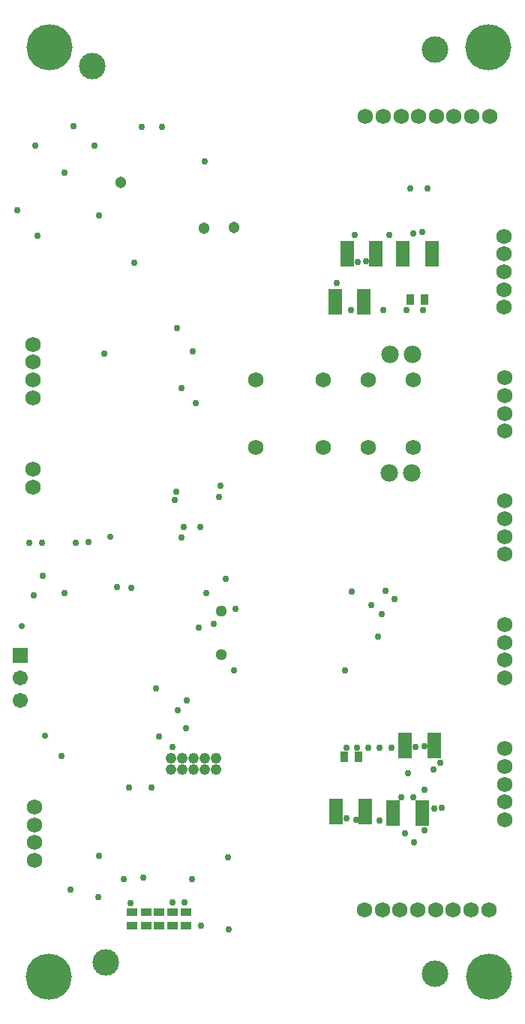
<source format=gbs>
G04*
G04 #@! TF.GenerationSoftware,Altium Limited,Altium Designer,21.3.1 (25)*
G04*
G04 Layer_Color=16711935*
%FSLAX25Y25*%
%MOIN*%
G70*
G04*
G04 #@! TF.SameCoordinates,C2895D86-3F53-4CC5-9A74-561D9FEADA75*
G04*
G04*
G04 #@! TF.FilePolarity,Negative*
G04*
G01*
G75*
%ADD20R,0.03800X0.04800*%
%ADD37R,0.04800X0.03800*%
%ADD40C,0.11811*%
%ADD47C,0.20472*%
%ADD48C,0.06800*%
%ADD49C,0.04800*%
%ADD50C,0.07800*%
%ADD51C,0.06706*%
%ADD52R,0.06706X0.06706*%
%ADD53C,0.02965*%
%ADD54C,0.02965*%
%ADD55C,0.05131*%
%ADD56C,0.02800*%
%ADD57C,0.05100*%
%ADD94R,0.05918X0.11824*%
D20*
X322358Y281101D02*
D03*
X316111D02*
D03*
X351704Y484025D02*
D03*
X345457D02*
D03*
D37*
X221930Y205923D02*
D03*
Y212170D02*
D03*
X227972Y205923D02*
D03*
Y212170D02*
D03*
X233947Y205923D02*
D03*
Y212170D02*
D03*
X239955Y205923D02*
D03*
Y212170D02*
D03*
X245960Y205923D02*
D03*
Y212170D02*
D03*
D40*
X356528Y184576D02*
D03*
X204269Y587675D02*
D03*
X210236Y189764D02*
D03*
X356367Y595170D02*
D03*
D47*
X184947Y183470D02*
D03*
X380296Y595926D02*
D03*
X380324Y183470D02*
D03*
X184987Y595926D02*
D03*
D48*
X387402Y331890D02*
D03*
Y339764D02*
D03*
Y324016D02*
D03*
Y316142D02*
D03*
X325197Y213032D02*
D03*
X340945D02*
D03*
X348819D02*
D03*
X356693D02*
D03*
X364567D02*
D03*
X372441D02*
D03*
X380315D02*
D03*
X333071D02*
D03*
X380709Y565354D02*
D03*
X364961D02*
D03*
X357087D02*
D03*
X349213D02*
D03*
X341339D02*
D03*
X333465D02*
D03*
X325590D02*
D03*
X372835D02*
D03*
X177953Y400787D02*
D03*
Y408661D02*
D03*
X178347Y258661D02*
D03*
Y250787D02*
D03*
Y235039D02*
D03*
Y242913D02*
D03*
X177953Y464173D02*
D03*
Y456299D02*
D03*
Y440551D02*
D03*
Y448425D02*
D03*
X387330Y425700D02*
D03*
Y433574D02*
D03*
Y449322D02*
D03*
Y441448D02*
D03*
X387440Y370972D02*
D03*
Y378847D02*
D03*
Y394595D02*
D03*
Y386720D02*
D03*
X276693Y448504D02*
D03*
Y418504D02*
D03*
X306693Y448504D02*
D03*
Y418504D02*
D03*
X326693Y448504D02*
D03*
Y418504D02*
D03*
X346693Y448504D02*
D03*
Y418504D02*
D03*
X387402Y276772D02*
D03*
Y284646D02*
D03*
Y268898D02*
D03*
Y261024D02*
D03*
Y253150D02*
D03*
X387136Y504272D02*
D03*
Y512146D02*
D03*
Y496398D02*
D03*
Y488524D02*
D03*
Y480650D02*
D03*
D49*
X249055Y280315D02*
D03*
Y275315D02*
D03*
X244055D02*
D03*
Y280315D02*
D03*
X239055D02*
D03*
Y275315D02*
D03*
X254055D02*
D03*
Y280315D02*
D03*
X259055D02*
D03*
Y275315D02*
D03*
D50*
X336063Y407087D02*
D03*
X346063D02*
D03*
X336457Y459842D02*
D03*
X346457D02*
D03*
D51*
X172047Y306142D02*
D03*
Y316142D02*
D03*
D52*
Y326142D02*
D03*
D53*
X191705Y353764D02*
D03*
X359519Y258351D02*
D03*
X325653Y501128D02*
D03*
X321406Y253144D02*
D03*
X221177Y216230D02*
D03*
X195761Y561037D02*
D03*
X205242Y552472D02*
D03*
X178762Y552406D02*
D03*
X322068Y500627D02*
D03*
X320866Y512866D02*
D03*
X350828Y513941D02*
D03*
X346760Y513526D02*
D03*
X252598Y205937D02*
D03*
X248407Y226885D02*
D03*
X245077Y216338D02*
D03*
X239841Y216325D02*
D03*
X218128Y226703D02*
D03*
X177978Y352795D02*
D03*
X221631Y356054D02*
D03*
X251575Y338559D02*
D03*
X319089Y479417D02*
D03*
X351914Y248429D02*
D03*
X331713Y252894D02*
D03*
X326825Y285185D02*
D03*
X336979Y285062D02*
D03*
X331738Y285103D02*
D03*
X321690Y285221D02*
D03*
X316972D02*
D03*
X351845Y285709D02*
D03*
X316973Y253641D02*
D03*
X341534Y263177D02*
D03*
X346707Y263081D02*
D03*
X343019Y247140D02*
D03*
X344628Y273624D02*
D03*
X355797Y275466D02*
D03*
X358673Y278477D02*
D03*
X347732Y285486D02*
D03*
X347061Y243200D02*
D03*
X355977Y258078D02*
D03*
X351655Y266247D02*
D03*
X353290Y533270D02*
D03*
X345621Y533419D02*
D03*
X336223Y512680D02*
D03*
X312772Y491566D02*
D03*
X350991Y479417D02*
D03*
X267766Y346760D02*
D03*
X267120Y319249D02*
D03*
X182014Y361263D02*
D03*
X181971Y376046D02*
D03*
X175982Y376055D02*
D03*
X202363Y376334D02*
D03*
X196801Y376212D02*
D03*
X222800Y500572D02*
D03*
X244713Y383072D02*
D03*
X252287Y383053D02*
D03*
X263542Y359996D02*
D03*
X254656Y353869D02*
D03*
X258268Y340158D02*
D03*
X190551Y281496D02*
D03*
X209449Y460236D02*
D03*
X207087Y521260D02*
D03*
X191732Y540551D02*
D03*
X170866Y523622D02*
D03*
X179867Y512259D02*
D03*
D54*
X319568Y354451D02*
D03*
X226766Y227426D02*
D03*
X207115Y237049D02*
D03*
X264539Y236386D02*
D03*
X206967Y218732D02*
D03*
X264677Y204311D02*
D03*
X232400Y311340D02*
D03*
X215181Y356537D02*
D03*
X246298Y305963D02*
D03*
X242073Y301758D02*
D03*
X328260Y348422D02*
D03*
X332677Y344488D02*
D03*
X338583Y351181D02*
D03*
X343651Y479417D02*
D03*
X333473D02*
D03*
X245801Y293746D02*
D03*
X316549Y319330D02*
D03*
X330993Y334411D02*
D03*
X241521Y398609D02*
D03*
X240938Y395125D02*
D03*
X261110Y401284D02*
D03*
X194377Y221913D02*
D03*
X243857Y378558D02*
D03*
X241761Y471252D02*
D03*
X226129Y560744D02*
D03*
X235246Y560783D02*
D03*
X248956Y461047D02*
D03*
X239900Y285413D02*
D03*
X233931Y289918D02*
D03*
X254044Y545441D02*
D03*
X334602Y354896D02*
D03*
X260630Y396457D02*
D03*
X250000Y438189D02*
D03*
X243870Y444882D02*
D03*
X230315Y267323D02*
D03*
X220472D02*
D03*
D55*
X216715Y536055D02*
D03*
X253910Y515810D02*
D03*
X267035Y515921D02*
D03*
D56*
X212205Y378740D02*
D03*
X183071Y290551D02*
D03*
X172835Y338976D02*
D03*
D57*
X261417Y345669D02*
D03*
Y326378D02*
D03*
D94*
X350668Y256194D02*
D03*
X337870D02*
D03*
X356084Y286193D02*
D03*
X343286D02*
D03*
X317382Y504278D02*
D03*
X330180D02*
D03*
X325433Y256585D02*
D03*
X312634D02*
D03*
X342241Y504316D02*
D03*
X355039D02*
D03*
X324952Y483109D02*
D03*
X312154D02*
D03*
M02*

</source>
